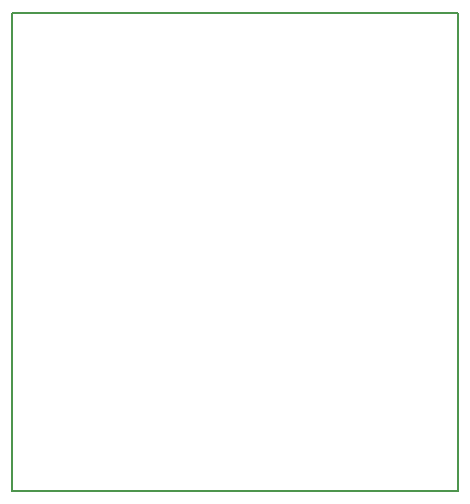
<source format=gbo>
G04 MADE WITH FRITZING*
G04 WWW.FRITZING.ORG*
G04 DOUBLE SIDED*
G04 HOLES PLATED*
G04 CONTOUR ON CENTER OF CONTOUR VECTOR*
%ASAXBY*%
%FSLAX23Y23*%
%MOIN*%
%OFA0B0*%
%SFA1.0B1.0*%
%ADD10R,1.493570X1.602340X1.477570X1.586340*%
%ADD11C,0.008000*%
%LNSILK0*%
G90*
G70*
G54D11*
X4Y1598D02*
X1490Y1598D01*
X1490Y4D01*
X4Y4D01*
X4Y1598D01*
D02*
G04 End of Silk0*
M02*
</source>
